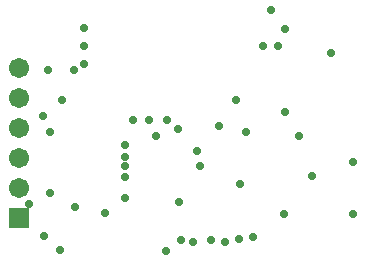
<source format=gbs>
G04*
G04 #@! TF.GenerationSoftware,Altium Limited,Altium Designer,21.7.2 (23)*
G04*
G04 Layer_Color=16711935*
%FSLAX25Y25*%
%MOIN*%
G70*
G04*
G04 #@! TF.SameCoordinates,468C8543-70E2-46C5-B46D-702049A88486*
G04*
G04*
G04 #@! TF.FilePolarity,Negative*
G04*
G01*
G75*
%ADD46C,0.06706*%
%ADD47R,0.06706X0.06706*%
%ADD48C,0.02769*%
G54D46*
X6201Y75098D02*
D03*
Y65098D02*
D03*
Y55098D02*
D03*
Y45098D02*
D03*
Y35098D02*
D03*
G54D47*
Y25098D02*
D03*
G54D48*
X49669Y57823D02*
D03*
X55673D02*
D03*
X41555Y49654D02*
D03*
X14429Y59299D02*
D03*
X59315Y54772D02*
D03*
X94555Y26425D02*
D03*
X117555Y43925D02*
D03*
X41555Y38925D02*
D03*
Y31925D02*
D03*
Y45425D02*
D03*
Y42425D02*
D03*
X25055Y28925D02*
D03*
X20555Y64425D02*
D03*
X24555Y74425D02*
D03*
X28055Y76425D02*
D03*
Y82425D02*
D03*
Y88425D02*
D03*
X16055Y74425D02*
D03*
X52055Y52425D02*
D03*
X73055Y55925D02*
D03*
X66555Y42425D02*
D03*
X82055Y53925D02*
D03*
X117555Y26425D02*
D03*
X99555Y52425D02*
D03*
X80055Y36425D02*
D03*
X78555Y64425D02*
D03*
X16555Y33425D02*
D03*
Y53925D02*
D03*
X35055Y26925D02*
D03*
X95043Y60579D02*
D03*
X65453Y47736D02*
D03*
X92512Y82480D02*
D03*
X94882Y88287D02*
D03*
X87500Y82480D02*
D03*
X84350Y18799D02*
D03*
X110236Y80315D02*
D03*
X104035Y39370D02*
D03*
X59449Y30610D02*
D03*
X64272Y17224D02*
D03*
X75000Y17126D02*
D03*
X55413Y14370D02*
D03*
X60138Y18012D02*
D03*
X70177D02*
D03*
X79724Y18110D02*
D03*
X19882Y14567D02*
D03*
X14764Y19390D02*
D03*
X9744Y30020D02*
D03*
X44193Y57972D02*
D03*
X90158Y94488D02*
D03*
M02*

</source>
